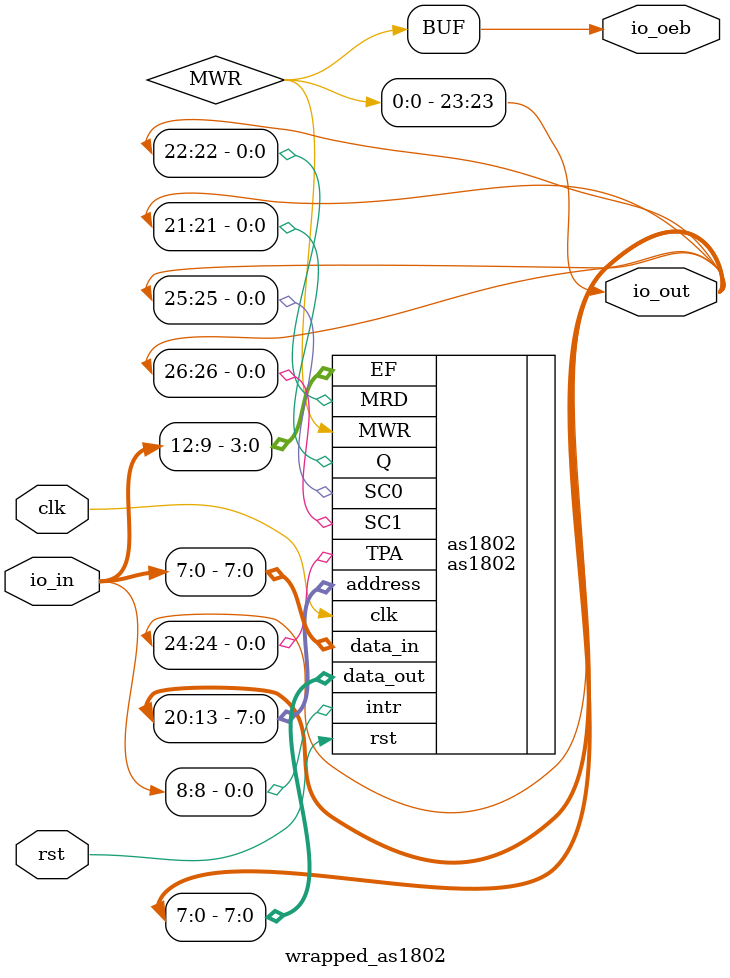
<source format=v>
`default_nettype none

module wrapped_as1802(
`ifdef USE_POWER_PINS
	inout vccd1,
	inout vssd1,
`endif
	input wire clk,
	input wire rst,

	input wire [12:0] io_in,
	output wire [26:0] io_out,
	output wire io_oeb
);

wire MWR;

assign io_out[23] = MWR;
assign io_oeb = MWR;

as1802 as1802(
	.rst(rst),
	.clk(clk),
	.data_in(io_in[7:0]),
	.data_out(io_out[7:0]),
	.intr(io_in[8]),
	.EF(io_in[12:9]),
	.address(io_out[20:13]),
	.Q(io_out[21]),
	.MRD(io_out[22]),
	.MWR(MWR),
	.TPA(io_out[24]),
	.SC0(io_out[25]),
	.SC1(io_out[26])
);
endmodule

</source>
